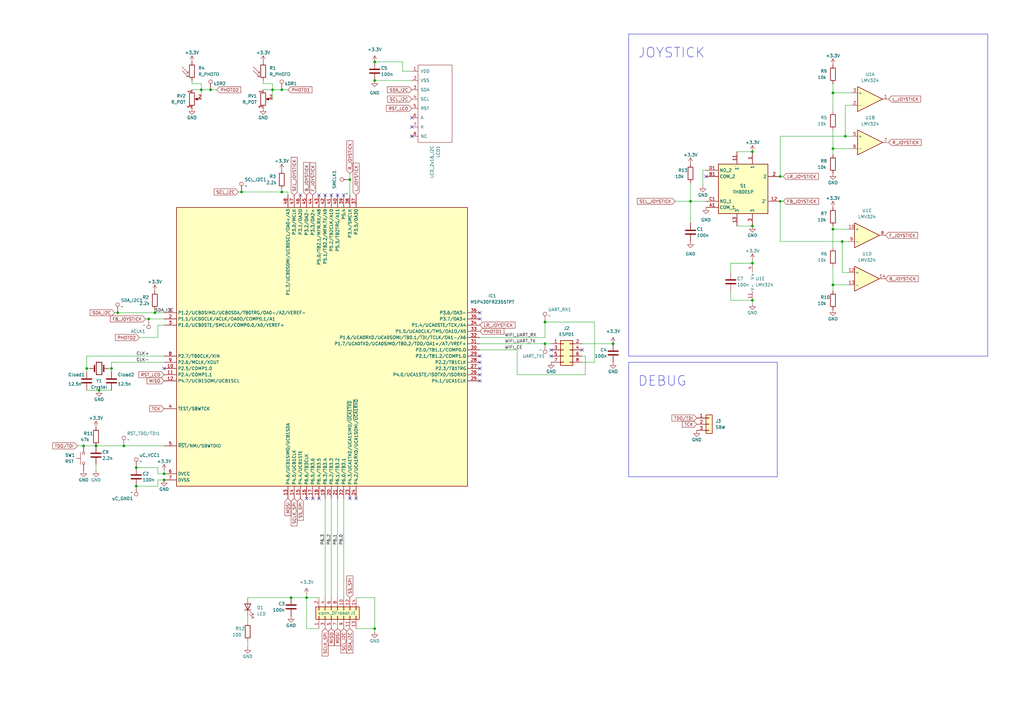
<source format=kicad_sch>
(kicad_sch (version 20230121) (generator eeschema)
  (paper "A3")
  (title_block (title "Disseny - MiSE") (date "2025-03-11"))
  (lib_symbols
    (symbol "Amplifier_Operational:LMV324" (pin_names (offset 0.127))
      (property "Reference" "U" (at 0 5.08 0))
      (property "Value" "LMV324" (at 0 -5.08 0))
      (symbol "LMV324_1_1"
        (polyline (pts (xy -5.08 5.08) (xy 5.08 0) (xy -5.08 -5.08) (xy -5.08 5.08)) (stroke (width 0.254)) (fill (type background)))
        (pin output line (at 7.62 0 180) (length 2.54) (name "~") (number "1"))
        (pin input line (at -7.62 -2.54 0) (length 2.54) (name "-") (number "2"))
        (pin input line (at -7.62 2.54 0) (length 2.54) (name "+") (number "3"))
      )
      (symbol "LMV324_2_1"
        (polyline (pts (xy -5.08 5.08) (xy 5.08 0) (xy -5.08 -5.08) (xy -5.08 5.08)) (stroke (width 0.254)) (fill (type background)))
        (pin input line (at -7.62 2.54 0) (length 2.54) (name "+") (number "5"))
        (pin input line (at -7.62 -2.54 0) (length 2.54) (name "-") (number "6"))
        (pin output line (at 7.62 0 180) (length 2.54) (name "~") (number "7"))
      )
      (symbol "LMV324_3_1"
        (polyline (pts (xy -5.08 5.08) (xy 5.08 0) (xy -5.08 -5.08) (xy -5.08 5.08)) (stroke (width 0.254)) (fill (type background)))
        (pin input line (at -7.62 2.54 0) (length 2.54) (name "+") (number "10"))
        (pin output line (at 7.62 0 180) (length 2.54) (name "~") (number "8"))
        (pin input line (at -7.62 -2.54 0) (length 2.54) (name "-") (number "9"))
      )
      (symbol "LMV324_4_1"
        (polyline (pts (xy -5.08 5.08) (xy 5.08 0) (xy -5.08 -5.08) (xy -5.08 5.08)) (stroke (width 0.254)) (fill (type background)))
        (pin input line (at -7.62 2.54 0) (length 2.54) (name "+") (number "12"))
        (pin input line (at -7.62 -2.54 0) (length 2.54) (name "-") (number "13"))
        (pin output line (at 7.62 0 180) (length 2.54) (name "~") (number "14"))
      )
      (symbol "LMV324_5_1"
        (pin power_in line (at -2.54 -7.62 90) (length 3.81) (name "V-") (number "11"))
        (pin power_in line (at -2.54 7.62 270) (length 3.81) (name "V+") (number "4"))
      )
    )
    (symbol "Connector:TestPoint" (pin_numbers hide) (pin_names (offset 0.762) hide)
      (property "Reference" "TP" (at 0 6.858 0))
      (property "Value" "TestPoint" (at 0 5.08 0))
      (symbol "TestPoint_0_1"
        (circle (center 0 3.302) (radius 0.762))
      )
      (symbol "TestPoint_1_1"
        (pin passive line (at 0 0 90) (length 2.54) (name "1") (number "1"))
      )
    )
    (symbol "Connector_Generic:Conn_01x03" (pin_names (offset 1.016) hide)
      (property "Reference" "J" (at 0 5.08 0))
      (property "Value" "Conn_01x03" (at 0 -5.08 0))
      (symbol "Conn_01x03_1_1"
        (rectangle (start -1.27 -2.413) (end 0 -2.667) (stroke (width 0.1524)))
        (rectangle (start -1.27 0.127) (end 0 -0.127) (stroke (width 0.1524)))
        (rectangle (start -1.27 2.667) (end 0 2.413) (stroke (width 0.1524)))
        (rectangle (start -1.27 3.81) (end 1.27 -3.81) (stroke (width 0.254)) (fill (type background)))
        (pin passive line (at -5.08 2.54 0) (length 3.81) (name "Pin_1") (number "1"))
        (pin passive line (at -5.08 0 0) (length 3.81) (name "Pin_2") (number "2"))
        (pin passive line (at -5.08 -2.54 0) (length 3.81) (name "Pin_3") (number "3"))
      )
    )
    (symbol "Connector_Generic:Conn_02x04_Odd_Even" (pin_names (offset 1.016) hide)
      (property "Reference" "J" (at 1.27 5.08 0))
      (property "Value" "Conn_02x04_Odd_Even" (at 1.27 -7.62 0))
      (symbol "Conn_02x04_Odd_Even_1_1"
        (rectangle (start -1.27 -4.953) (end 0 -5.207) (stroke (width 0.1524)))
        (rectangle (start -1.27 -2.413) (end 0 -2.667) (stroke (width 0.1524)))
        (rectangle (start -1.27 0.127) (end 0 -0.127) (stroke (width 0.1524)))
        (rectangle (start -1.27 2.667) (end 0 2.413) (stroke (width 0.1524)))
        (rectangle (start -1.27 3.81) (end 3.81 -6.35) (stroke (width 0.254)) (fill (type background)))
        (rectangle (start 3.81 -4.953) (end 2.54 -5.207) (stroke (width 0.1524)))
        (rectangle (start 3.81 -2.413) (end 2.54 -2.667) (stroke (width 0.1524)))
        (rectangle (start 3.81 0.127) (end 2.54 -0.127) (stroke (width 0.1524)))
        (rectangle (start 3.81 2.667) (end 2.54 2.413) (stroke (width 0.1524)))
        (pin passive line (at -5.08 2.54 0) (length 3.81) (name "Pin_1") (number "1"))
        (pin passive line (at 7.62 2.54 180) (length 3.81) (name "Pin_2") (number "2"))
        (pin passive line (at -5.08 0 0) (length 3.81) (name "Pin_3") (number "3"))
        (pin passive line (at 7.62 0 180) (length 3.81) (name "Pin_4") (number "4"))
        (pin passive line (at -5.08 -2.54 0) (length 3.81) (name "Pin_5") (number "5"))
        (pin passive line (at 7.62 -2.54 180) (length 3.81) (name "Pin_6") (number "6"))
        (pin passive line (at -5.08 -5.08 0) (length 3.81) (name "Pin_7") (number "7"))
        (pin passive line (at 7.62 -5.08 180) (length 3.81) (name "Pin_8") (number "8"))
      )
    )
    (symbol "Device:C" (pin_numbers hide) (pin_names (offset 0.254))
      (property "Reference" "C" (at 0.635 2.54 0))
      (property "Value" "C" (at 0.635 -2.54 0))
      (symbol "C_0_1"
        (polyline (pts (xy -2.032 -0.762) (xy 2.032 -0.762)) (stroke (width 0.508)))
        (polyline (pts (xy -2.032 0.762) (xy 2.032 0.762)) (stroke (width 0.508)))
      )
      (symbol "C_1_1"
        (pin passive line (at 0 3.81 270) (length 2.794) (name "~") (number "1"))
        (pin passive line (at 0 -3.81 90) (length 2.794) (name "~") (number "2"))
      )
    )
    (symbol "Device:Crystal" (pin_numbers hide) (pin_names (offset 1.016) hide)
      (property "Reference" "Y" (at 0 3.81 0))
      (property "Value" "Crystal" (at 0 -3.81 0))
      (symbol "Crystal_0_1"
        (rectangle (start -1.143 2.54) (end 1.143 -2.54) (stroke (width 0.3048)))
        (polyline (pts (xy -2.54 0) (xy -1.905 0)))
        (polyline (pts (xy -1.905 -1.27) (xy -1.905 1.27)) (stroke (width 0.508)))
        (polyline (pts (xy 1.905 -1.27) (xy 1.905 1.27)) (stroke (width 0.508)))
        (polyline (pts (xy 2.54 0) (xy 1.905 0)))
      )
      (symbol "Crystal_1_1"
        (pin passive line (at -3.81 0 0) (length 1.27) (name "1") (number "1"))
        (pin passive line (at 3.81 0 180) (length 1.27) (name "2") (number "2"))
      )
    )
    (symbol "Device:LED" (pin_numbers hide) (pin_names (offset 1.016) hide)
      (property "Reference" "D" (at 0 2.54 0))
      (property "Value" "LED" (at 0 -2.54 0))
      (symbol "LED_0_1"
        (polyline (pts (xy -1.27 -1.27) (xy -1.27 1.27)) (stroke (width 0.254)))
        (polyline (pts (xy -1.27 0) (xy 1.27 0)))
        (polyline (pts (xy 1.27 -1.27) (xy 1.27 1.27) (xy -1.27 0) (xy 1.27 -1.27)) (stroke (width 0.254)))
        (polyline (pts (xy -3.048 -0.762) (xy -4.572 -2.286) (xy -3.81 -2.286) (xy -4.572 -2.286) (xy -4.572 -1.524)))
        (polyline (pts (xy -1.778 -0.762) (xy -3.302 -2.286) (xy -2.54 -2.286) (xy -3.302 -2.286) (xy -3.302 -1.524)))
      )
      (symbol "LED_1_1"
        (pin passive line (at -3.81 0 0) (length 2.54) (name "K") (number "1"))
        (pin passive line (at 3.81 0 180) (length 2.54) (name "A") (number "2"))
      )
    )
    (symbol "Device:R" (pin_numbers hide) (pin_names (offset 0))
      (property "Reference" "R" (at 2.032 0 90))
      (property "Value" "R" (at 0 0 90))
      (symbol "R_0_1"
        (rectangle (start -1.016 -2.54) (end 1.016 2.54) (stroke (width 0.254)))
      )
      (symbol "R_1_1"
        (pin passive line (at 0 3.81 270) (length 1.27) (name "~") (number "1"))
        (pin passive line (at 0 -3.81 90) (length 1.27) (name "~") (number "2"))
      )
    )
    (symbol "MiSE:LCD_2x16_I2C" (pin_names (offset 1.016))
      (property "Reference" "LCD" (at 2.54 -7.62 0))
      (property "Value" "LCD_2x16_I2C" (at 2.54 -11.43 0))
      (symbol "LCD_2x16_I2C_0_1"
        (rectangle (start -12.7 -6.35) (end 19.05 -20.32))
      )
      (symbol "LCD_2x16_I2C_1_1"
        (pin power_in line (at -10.16 -22.86 90) (length 2.54) (name "VDD") (number "1"))
        (pin power_in line (at -6.35 -22.86 90) (length 2.54) (name "VSS") (number "2"))
        (pin bidirectional line (at -2.54 -22.86 90) (length 2.54) (name "SDA") (number "3"))
        (pin input line (at 1.27 -22.86 90) (length 2.54) (name "SCL") (number "4"))
        (pin input line (at 5.08 -22.86 90) (length 2.54) (name "RST") (number "5"))
        (pin power_in line (at 8.89 -22.86 90) (length 2.54) (name "A") (number "6"))
        (pin power_in line (at 12.7 -22.86 90) (length 2.54) (name "K") (number "7"))
        (pin no_connect line (at 16.51 -22.86 90) (length 2.54) (name "NC") (number "8"))
      )
    )
    (symbol "MiSE:MSP430FR2355TPT"
      (property "Reference" "IC1" (at 134.62 6.9281 0))
      (property "Value" "MSP430FR2355TPT" (at 134.62 4.3881 0))
      (symbol "MSP430FR2355TPT_1_1"
        (rectangle (start 5.08 43.18) (end 124.46 -71.12) (stroke (width 0.254)) (fill (type background)))
        (pin passive line (at 0 0 0) (length 5.08) (name "P1.2/UCB0SIMO/UCB0SDA/TB0TRG/OA0-/A2/VEREF-") (number "1"))
        (pin passive line (at 0 -22.86 0) (length 5.08) (name "P2.5/COMP1.0") (number "10"))
        (pin passive line (at 0 -25.4 0) (length 5.08) (name "P2.4/COMP1.1") (number "11"))
        (pin passive line (at 0 -27.94 0) (length 5.08) (name "P4.7/UCB1SOMI/UCB1SCL") (number "12"))
        (pin passive line (at 50.8 -76.2 90) (length 5.08) (name "P4.6/UCB1SIMO/UCB1SDA") (number "13"))
        (pin passive line (at 53.34 -76.2 90) (length 5.08) (name "P4.5/UCB1CLK") (number "14"))
        (pin passive line (at 55.88 -76.2 90) (length 5.08) (name "P4.4/UCB1STE") (number "15"))
        (pin passive line (at 58.42 -76.2 90) (length 5.08) (name "P6.6/TB3CLK") (number "16"))
        (pin passive line (at 60.96 -76.2 90) (length 5.08) (name "P6.5/TB3.6") (number "17"))
        (pin passive line (at 63.5 -76.2 90) (length 5.08) (name "P6.4/TB3.5") (number "18"))
        (pin passive line (at 66.04 -76.2 90) (length 5.08) (name "P6.3/TB3.4") (number "19"))
        (pin passive line (at 0 -2.54 0) (length 5.08) (name "P1.1/UCB0CLK/ACLK/OA0O/COMP0.1/A1") (number "2"))
        (pin passive line (at 68.58 -76.2 90) (length 5.08) (name "P6.2/TB3.3") (number "20"))
        (pin passive line (at 71.12 -76.2 90) (length 5.08) (name "P6.1/TB3.2") (number "21"))
        (pin passive line (at 73.66 -76.2 90) (length 5.08) (name "P6.0/TB3.1") (number "22"))
        (pin passive line (at 76.2 -76.2 90) (length 5.08) (name "P4.3/UCA1TXD/UCA1SIMO/~{UCA1TXD}") (number "23"))
        (pin passive line (at 78.74 -76.2 90) (length 5.08) (name "P4.2/UCA1RXD/UCA1SOMI/~{UCA1RXD}") (number "24"))
        (pin passive line (at 129.54 -27.94 180) (length 5.08) (name "P4.1/UCA1CLK") (number "25"))
        (pin passive line (at 129.54 -25.4 180) (length 5.08) (name "P4.0/UCA1STE/ISOTXD/ISORXD") (number "26"))
        (pin passive line (at 129.54 -22.86 180) (length 5.08) (name "P2.3/TB1TRG") (number "27"))
        (pin passive line (at 129.54 -20.32 180) (length 5.08) (name "P2.2/TB1CLK") (number "28"))
        (pin passive line (at 129.54 -17.78 180) (length 5.08) (name "P2.1/TB1.2/COMP1.O") (number "29"))
        (pin passive line (at 0 -5.08 0) (length 5.08) (name "P1.0/UCB0STE/SMCLK/COMP0.0/A0/VEREF+") (number "3"))
        (pin passive line (at 129.54 -15.24 180) (length 5.08) (name "P2.0/TB1.1/COMP0.O") (number "30"))
        (pin passive line (at 129.54 -12.7 180) (length 5.08) (name "P1.7/UCA0TXD/UCA0SIMO/TB0.2/TDO/OA1+/A7/VREF+") (number "31"))
        (pin passive line (at 129.54 -10.16 180) (length 5.08) (name "P1.6/UCA0RXD/UCA0SOMI/TB0.1/TDI/TCLK/OA1-/A6") (number "32"))
        (pin passive line (at 129.54 -7.62 180) (length 5.08) (name "P1.5/UCA0CLK/TMS/OA1O/A5") (number "33"))
        (pin passive line (at 129.54 -5.08 180) (length 5.08) (name "P1.4/UCA0STE/TCK/A4") (number "34"))
        (pin passive line (at 129.54 -2.54 180) (length 5.08) (name "P3.7/OA3+") (number "35"))
        (pin passive line (at 129.54 0 180) (length 5.08) (name "P3.6/OA3-") (number "36"))
        (pin passive line (at 78.74 48.26 270) (length 5.08) (name "P3.5/OA3O") (number "37"))
        (pin passive line (at 76.2 48.26 270) (length 5.08) (name "P3.4/SMCLK") (number "38"))
        (pin passive line (at 73.66 48.26 270) (length 5.08) (name "P5.4") (number "39"))
        (pin passive line (at 0 -39.37 0) (length 5.08) (name "TEST/SBWTCK") (number "4"))
        (pin passive line (at 71.12 48.26 270) (length 5.08) (name "P5.3/TB2TRG/A11") (number "40"))
        (pin passive line (at 68.58 48.26 270) (length 5.08) (name "P5.2/TB2CLK/A10") (number "41"))
        (pin passive line (at 66.04 48.26 270) (length 5.08) (name "P5.1/TB2.2/MFM.TX/A9") (number "42"))
        (pin passive line (at 63.5 48.26 270) (length 5.08) (name "P5.0/TB2.1/MFM.RX/A8") (number "43"))
        (pin passive line (at 60.96 48.26 270) (length 5.08) (name "P3.3/OA2+") (number "44"))
        (pin passive line (at 58.42 48.26 270) (length 5.08) (name "P3.2/OA2-") (number "45"))
        (pin passive line (at 55.88 48.26 270) (length 5.08) (name "P3.1/OA2O") (number "46"))
        (pin passive line (at 53.34 48.26 270) (length 5.08) (name "P3.0/MCLK") (number "47"))
        (pin passive line (at 50.8 48.26 270) (length 5.08) (name "P1.3/UCB0SOMI/UCB0SCL/OA0+/A3") (number "48"))
        (pin passive line (at 0 -54.61 0) (length 5.08) (name "~{RST}/NMI/SBWTDIO") (number "5"))
        (pin passive line (at 0 -66.04 0) (length 5.08) (name "DVCC") (number "6"))
        (pin passive line (at 0 -68.58 0) (length 5.08) (name "DVSS") (number "7"))
        (pin passive line (at 0 -17.78 0) (length 5.08) (name "P2.7/TB0CLK/XIN") (number "8"))
        (pin passive line (at 0 -20.32 0) (length 5.08) (name "P2.6/MCLK/XOUT") (number "9"))
      )
    )
    (symbol "MiSE:R_PHOTO-Device" (pin_numbers hide) (pin_names (offset 0))
      (property "Reference" "R" (at 1.27 1.27 0))
      (property "Value" "Device_R_PHOTO" (at 1.27 0 0))
      (symbol "R_PHOTO-Device_0_1"
        (rectangle (start -1.016 2.54) (end 1.016 -2.54) (stroke (width 0.254)))
        (polyline (pts (xy -1.524 -2.286) (xy -4.064 0.254)))
        (polyline (pts (xy -1.524 -2.286) (xy -2.286 -2.286)))
        (polyline (pts (xy -1.524 -2.286) (xy -1.524 -1.524)))
        (polyline (pts (xy -1.524 -0.762) (xy -4.064 1.778)))
        (polyline (pts (xy -1.524 -0.762) (xy -2.286 -0.762)))
        (polyline (pts (xy -1.524 -0.762) (xy -1.524 0)))
      )
      (symbol "R_PHOTO-Device_1_1"
        (pin passive line (at 0 3.81 270) (length 1.27) (name "~") (number "1"))
        (pin passive line (at 0 -3.81 90) (length 1.27) (name "~") (number "2"))
      )
    )
    (symbol "MiSE:R_POT-Device" (pin_names (offset 1.016) hide)
      (property "Reference" "RV" (at -4.445 0 90))
      (property "Value" "Device_R_POT" (at -2.54 0 90))
      (symbol "R_POT-Device_0_1"
        (polyline (pts (xy 2.54 0) (xy 1.524 0)))
        (polyline (pts (xy 1.143 0) (xy 2.286 0.508) (xy 2.286 -0.508) (xy 1.143 0)) (fill (type outline)))
        (rectangle (start 1.016 2.54) (end -1.016 -2.54) (stroke (width 0.254)))
      )
      (symbol "R_POT-Device_1_1"
        (pin passive line (at 0 3.81 270) (length 1.27) (name "1") (number "1"))
        (pin passive line (at 3.81 0 180) (length 1.27) (name "2") (number "2"))
        (pin passive line (at 0 -3.81 90) (length 1.27) (name "3") (number "3"))
      )
    )
    (symbol "MiSE:THB001P"
      (property "Reference" "S1" (at 15.24 -6.35 0))
      (property "Value" "THB001P" (at 15.24 -8.89 0))
      (symbol "THB001P_1_1"
        (rectangle (start 5.08 2.54) (end 25.4 -17.78) (stroke (width 0.254)) (fill (type background)))
        (pin passive line (at 11.43 7.62 270) (length 5.08) (name "1") (number "1"))
        (pin passive line (at 17.78 7.62 270) (length 5.08) (name "1'") (number "11"))
        (pin passive line (at 0 -12.7 0) (length 5.08) (name "2'") (number "12"))
        (pin passive line (at 17.78 -22.86 90) (length 5.08) (name "3'") (number "13"))
        (pin passive line (at 0 -2.54 0) (length 5.08) (name "2") (number "2"))
        (pin passive line (at 11.43 -22.86 90) (length 5.08) (name "3") (number "3"))
        (pin passive line (at 30.48 -15.24 180) (length 5.08) (name "COM_1") (number "A1"))
        (pin passive line (at 30.48 -2.54 180) (length 5.08) (name "COM_2") (number "B1"))
        (pin passive line (at 30.48 -12.7 180) (length 5.08) (name "NO_1") (number "C1"))
        (pin passive line (at 30.48 0 180) (length 5.08) (name "NO_2") (number "D1"))
      )
    )
    (symbol "MiSE:conn_DFrobot" (pin_names (offset 1.016) hide)
      (property "Reference" "J" (at 1.27 10.16 0))
      (property "Value" "conn_DFrobot" (at 1.27 -10.16 0))
      (symbol "conn_DFrobot_1_1"
        (rectangle (start -1.27 -7.493) (end 0 -7.747) (stroke (width 0.1524)))
        (rectangle (start -1.27 -4.953) (end 0 -5.207) (stroke (width 0.1524)))
        (rectangle (start -1.27 -2.413) (end 0 -2.667) (stroke (width 0.1524)))
        (rectangle (start -1.27 0.127) (end 0 -0.127) (stroke (width 0.1524)))
        (rectangle (start -1.27 2.667) (end 0 2.413) (stroke (width 0.1524)))
        (rectangle (start -1.27 5.207) (end 0 4.953) (stroke (width 0.1524)))
        (rectangle (start -1.27 7.747) (end 0 7.493) (stroke (width 0.1524)))
        (rectangle (start -1.27 8.89) (end 3.81 -8.89) (stroke (width 0.254)) (fill (type background)))
        (rectangle (start 3.81 -7.493) (end 2.54 -7.747) (stroke (width 0.1524)))
        (rectangle (start 3.81 -4.953) (end 2.54 -5.207) (stroke (width 0.1524)))
        (rectangle (start 3.81 -2.413) (end 2.54 -2.667) (stroke (width 0.1524)))
        (rectangle (start 3.81 0.127) (end 2.54 -0.127) (stroke (width 0.1524)))
        (rectangle (start 3.81 2.667) (end 2.54 2.413) (stroke (width 0.1524)))
        (rectangle (start 3.81 5.207) (end 2.54 4.953) (stroke (width 0.1524)))
        (rectangle (start 3.81 7.747) (end 2.54 7.493) (stroke (width 0.1524)))
        (pin passive line (at -5.08 7.62 0) (length 3.81) (name "Pin_1") (number "1"))
        (pin passive line (at 7.62 -2.54 180) (length 3.81) (name "Pin_10") (number "10"))
        (pin passive line (at -5.08 -5.08 0) (length 3.81) (name "Pin_11") (number "11"))
        (pin passive line (at 7.62 -5.08 180) (length 3.81) (name "Pin_12") (number "12"))
        (pin passive line (at -5.08 -7.62 0) (length 3.81) (name "Pin_13") (number "13"))
        (pin passive line (at 7.62 -7.62 180) (length 3.81) (name "Pin_14") (number "14"))
        (pin passive line (at 7.62 7.62 180) (length 3.81) (name "Pin_2") (number "2"))
        (pin passive line (at -5.08 5.08 0) (length 3.81) (name "Pin_3") (number "3"))
        (pin passive line (at 7.62 5.08 180) (length 3.81) (name "Pin_4") (number "4"))
        (pin passive line (at -5.08 2.54 0) (length 3.81) (name "Pin_5") (number "5"))
        (pin passive line (at 7.62 2.54 180) (length 3.81) (name "Pin_6") (number "6"))
        (pin passive line (at -5.08 0 0) (length 3.81) (name "Pin_7") (number "7"))
        (pin passive line (at 7.62 0 180) (length 3.81) (name "Pin_8") (number "8"))
        (pin passive line (at -5.08 -2.54 0) (length 3.81) (name "Pin_9") (number "9"))
      )
    )
    (symbol "Switch:SW_Push" (pin_numbers hide) (pin_names (offset 1.016) hide)
      (property "Reference" "SW" (at 1.27 2.54 0))
      (property "Value" "SW_Push" (at 0 -1.524 0))
      (symbol "SW_Push_0_1"
        (circle (center -2.032 0) (radius 0.508))
        (polyline (pts (xy 0 1.27) (xy 0 3.048)))
        (polyline (pts (xy 2.54 1.27) (xy -2.54 1.27)))
        (circle (center 2.032 0) (radius 0.508))
        (pin passive line (at -5.08 0 0) (length 2.54) (name "1") (number "1"))
        (pin passive line (at 5.08 0 180) (length 2.54) (name "2") (number "2"))
      )
    )
    (symbol "power:+3.3V" (power) (pin_names (offset 0))
      (property "Value" "+3.3V" (at 0 3.556 0))
      (symbol "+3.3V_0_1"
        (polyline (pts (xy -0.762 1.27) (xy 0 2.54)))
        (polyline (pts (xy 0 0) (xy 0 2.54)))
        (polyline (pts (xy 0 2.54) (xy 0.762 1.27)))
      )
      (symbol "+3.3V_1_1"
        (pin power_in line (at 0 0 90) (length 0) hide (name "+3.3V") (number "1"))
      )
    )
    (symbol "power:GND" (power) (pin_names (offset 0))
      (property "Value" "GND" (at 0 -3.81 0))
      (symbol "GND_0_1"
        (polyline (pts (xy 0 0) (xy 0 -1.27) (xy 1.27 -1.27) (xy 0 -2.54) (xy -1.27 -1.27) (xy 0 -1.27)))
      )
      (symbol "GND_1_1"
        (pin power_in line (at 0 0 270) (length 0) hide (name "GND") (number "1"))
      )
    )
  )
  (junction (at 115.57 78.74))
  (junction (at 50.8 182.88))
  (junction (at 341.63 116.84))
  (junction (at 223.52 140.97))
  (junction (at 82.55 36.83))
  (junction (at 346.71 55.88))
  (junction (at 55.88 191.77))
  (junction (at 143.51 73.66))
  (junction (at 308.61 92.71))
  (junction (at 153.67 33.02))
  (junction (at 345.44 99.06))
  (junction (at 308.61 62.23))
  (junction (at 341.63 60.96))
  (junction (at 119.38 245.11))
  (junction (at 48.26 128.27))
  (junction (at 115.57 36.83))
  (junction (at 39.37 182.88))
  (junction (at 251.46 140.97))
  (junction (at 320.04 72.39))
  (junction (at 283.21 82.55))
  (junction (at 63.5 128.27))
  (junction (at 153.67 257.81))
  (junction (at 40.64 160.02))
  (junction (at 153.67 25.4))
  (junction (at 55.88 199.39))
  (junction (at 67.31 194.31))
  (junction (at 60.96 130.81))
  (junction (at 341.63 93.98))
  (junction (at 34.29 182.88))
  (junction (at 86.36 36.83))
  (junction (at 308.61 107.95))
  (junction (at 35.56 151.13))
  (junction (at 99.06 78.74))
  (junction (at 45.72 151.13))
  (junction (at 308.61 123.19))
  (junction (at 223.52 132.08))
  (junction (at 125.73 245.11))
  (junction (at 111.76 36.83))
  (junction (at 341.63 38.1))
  (junction (at 320.04 82.55))
  (junction (at 67.31 196.85))
  (no_connect (at 135.89 80.01))
  (no_connect (at 196.85 153.67))
  (no_connect (at 168.91 52.07))
  (no_connect (at 130.81 80.01))
  (no_connect (at 138.43 80.01))
  (no_connect (at 125.73 204.47))
  (no_connect (at 168.91 55.88))
  (no_connect (at 196.85 151.13))
  (no_connect (at 196.85 156.21))
  (no_connect (at 146.05 204.47))
  (no_connect (at 123.19 80.01))
  (no_connect (at 196.85 130.81))
  (no_connect (at 238.76 143.51))
  (no_connect (at 168.91 48.26))
  (no_connect (at 133.35 80.01))
  (no_connect (at 196.85 148.59))
  (no_connect (at 130.81 204.47))
  (no_connect (at 226.06 146.05))
  (no_connect (at 67.31 151.13))
  (no_connect (at 226.06 143.51))
  (no_connect (at 196.85 128.27))
  (no_connect (at 289.56 72.39))
  (no_connect (at 140.97 80.01))
  (no_connect (at 196.85 146.05))
  (no_connect (at 143.51 204.47))
  (no_connect (at 128.27 204.47))
  (wire (pts (xy 341.63 60.96) (xy 341.63 63.5)))
  (wire (pts (xy 125.73 245.11) (xy 119.38 245.11)))
  (wire (pts (xy 101.6 245.11) (xy 119.38 245.11)))
  (wire (pts (xy 223.52 140.97) (xy 226.06 140.97)))
  (wire (pts (xy 50.8 182.88) (xy 67.31 182.88)))
  (wire (pts (xy 349.25 60.96) (xy 341.63 60.96)))
  (wire (pts (xy 40.64 160.02) (xy 45.72 160.02)))
  (wire (pts (xy 115.57 36.83) (xy 111.76 36.83)))
  (wire (pts (xy 320.04 72.39) (xy 321.31 72.39)))
  (wire (pts (xy 212.09 153.67) (xy 212.09 143.51)))
  (wire (pts (xy 341.63 109.22) (xy 341.63 116.84)))
  (wire (pts (xy 34.29 182.88) (xy 39.37 182.88)))
  (wire (pts (xy 101.6 262.89) (xy 101.6 265.43)))
  (wire (pts (xy 46.99 128.27) (xy 48.26 128.27)))
  (wire (pts (xy 138.43 204.47) (xy 138.43 245.11)))
  (wire (pts (xy 125.73 243.84) (xy 125.73 245.11)))
  (wire (pts (xy 64.77 133.35) (xy 67.31 133.35)))
  (wire (pts (xy 320.04 55.88) (xy 346.71 55.88)))
  (wire (pts (xy 140.97 204.47) (xy 140.97 245.11)))
  (wire (pts (xy 64.77 194.31) (xy 67.31 194.31)))
  (wire (pts (xy 55.88 191.77) (xy 64.77 191.77)))
  (wire (pts (xy 341.63 53.34) (xy 341.63 60.96)))
  (wire (pts (xy 153.67 25.4) (xy 165.1 25.4)))
  (wire (pts (xy 153.67 257.81) (xy 153.67 259.08)))
  (wire (pts (xy 118.11 78.74) (xy 118.11 80.01)))
  (wire (pts (xy 45.72 148.59) (xy 45.72 151.13)))
  (wire (pts (xy 341.63 34.29) (xy 341.63 38.1)))
  (wire (pts (xy 133.35 204.47) (xy 133.35 245.11)))
  (wire (pts (xy 125.73 245.11) (xy 125.73 257.81)))
  (wire (pts (xy 143.51 71.12) (xy 143.51 73.66)))
  (wire (pts (xy 64.77 191.77) (xy 64.77 194.31)))
  (wire (pts (xy 341.63 38.1) (xy 341.63 45.72)))
  (wire (pts (xy 341.63 38.1) (xy 349.25 38.1)))
  (wire (pts (xy 88.9 36.83) (xy 86.36 36.83)))
  (wire (pts (xy 346.71 55.88) (xy 349.25 55.88)))
  (wire (pts (xy 130.81 257.81) (xy 125.73 257.81)))
  (wire (pts (xy 60.96 130.81) (xy 67.31 130.81)))
  (wire (pts (xy 39.37 193.04) (xy 39.37 190.5)))
  (wire (pts (xy 345.44 111.76) (xy 347.98 111.76)))
  (wire (pts (xy 146.05 257.81) (xy 153.67 257.81)))
  (wire (pts (xy 276.86 82.55) (xy 283.21 82.55)))
  (wire (pts (xy 39.37 182.88) (xy 50.8 182.88)))
  (wire (pts (xy 223.52 138.43) (xy 223.52 132.08)))
  (wire (pts (xy 67.31 148.59) (xy 45.72 148.59)))
  (wire (pts (xy 196.85 140.97) (xy 223.52 140.97)))
  (wire (pts (xy 243.84 148.59) (xy 238.76 148.59)))
  (wire (pts (xy 349.25 43.18) (xy 346.71 43.18)))
  (wire (pts (xy 78.74 34.29) (xy 82.55 34.29)))
  (wire (pts (xy 153.67 245.11) (xy 153.67 257.81)))
  (wire (pts (xy 55.88 199.39) (xy 64.77 199.39)))
  (wire (pts (xy 320.04 82.55) (xy 321.31 82.55)))
  (wire (pts (xy 82.55 36.83) (xy 82.55 40.64)))
  (wire (pts (xy 345.44 99.06) (xy 345.44 111.76)))
  (wire (pts (xy 35.56 151.13) (xy 35.56 152.4)))
  (wire (pts (xy 165.1 29.21) (xy 165.1 25.4)))
  (wire (pts (xy 341.63 92.71) (xy 341.63 93.98)))
  (wire (pts (xy 299.72 107.95) (xy 308.61 107.95)))
  (wire (pts (xy 289.56 69.85) (xy 288.29 69.85)))
  (wire (pts (xy 97.79 78.74) (xy 99.06 78.74)))
  (wire (pts (xy 78.74 36.83) (xy 82.55 36.83)))
  (wire (pts (xy 251.46 140.97) (xy 238.76 140.97)))
  (wire (pts (xy 67.31 146.05) (xy 35.56 146.05)))
  (wire (pts (xy 283.21 74.93) (xy 283.21 82.55)))
  (wire (pts (xy 115.57 77.47) (xy 115.57 78.74)))
  (wire (pts (xy 107.95 34.29) (xy 107.95 33.02)))
  (wire (pts (xy 308.61 92.71) (xy 302.26 92.71)))
  (wire (pts (xy 341.63 119.38) (xy 341.63 116.84)))
  (wire (pts (xy 341.63 116.84) (xy 347.98 116.84)))
  (wire (pts (xy 320.04 82.55) (xy 320.04 99.06)))
  (wire (pts (xy 146.05 245.11) (xy 153.67 245.11)))
  (wire (pts (xy 118.11 36.83) (xy 115.57 36.83)))
  (wire (pts (xy 341.63 93.98) (xy 347.98 93.98)))
  (wire (pts (xy 143.51 73.66) (xy 143.51 80.01)))
  (wire (pts (xy 115.57 78.74) (xy 118.11 78.74)))
  (wire (pts (xy 341.63 93.98) (xy 341.63 101.6)))
  (wire (pts (xy 82.55 34.29) (xy 82.55 36.83)))
  (wire (pts (xy 320.04 55.88) (xy 320.04 72.39)))
  (wire (pts (xy 64.77 199.39) (xy 64.77 196.85)))
  (wire (pts (xy 196.85 138.43) (xy 223.52 138.43)))
  (wire (pts (xy 240.03 153.67) (xy 212.09 153.67)))
  (wire (pts (xy 99.06 78.74) (xy 115.57 78.74)))
  (wire (pts (xy 111.76 36.83) (xy 111.76 40.64)))
  (wire (pts (xy 299.72 119.38) (xy 299.72 123.19)))
  (wire (pts (xy 308.61 106.68) (xy 308.61 107.95)))
  (wire (pts (xy 36.83 151.13) (xy 35.56 151.13)))
  (wire (pts (xy 45.72 151.13) (xy 44.45 151.13)))
  (wire (pts (xy 59.69 130.81) (xy 60.96 130.81)))
  (wire (pts (xy 111.76 34.29) (xy 111.76 36.83)))
  (wire (pts (xy 240.03 146.05) (xy 238.76 146.05)))
  (wire (pts (xy 48.26 128.27) (xy 63.5 128.27)))
  (wire (pts (xy 212.09 143.51) (xy 196.85 143.51)))
  (wire (pts (xy 308.61 123.19) (xy 308.61 124.46)))
  (wire (pts (xy 64.77 138.43) (xy 64.77 133.35)))
  (wire (pts (xy 130.81 245.11) (xy 125.73 245.11)))
  (wire (pts (xy 35.56 160.02) (xy 40.64 160.02)))
  (wire (pts (xy 347.98 99.06) (xy 345.44 99.06)))
  (wire (pts (xy 299.72 123.19) (xy 308.61 123.19)))
  (wire (pts (xy 86.36 36.83) (xy 82.55 36.83)))
  (wire (pts (xy 31.75 182.88) (xy 34.29 182.88)))
  (wire (pts (xy 45.72 151.13) (xy 45.72 152.4)))
  (wire (pts (xy 63.5 127) (xy 63.5 128.27)))
  (wire (pts (xy 243.84 132.08) (xy 243.84 148.59)))
  (wire (pts (xy 135.89 204.47) (xy 135.89 245.11)))
  (wire (pts (xy 240.03 146.05) (xy 240.03 153.67)))
  (wire (pts (xy 283.21 82.55) (xy 283.21 91.44)))
  (wire (pts (xy 320.04 99.06) (xy 345.44 99.06)))
  (wire (pts (xy 107.95 36.83) (xy 111.76 36.83)))
  (wire (pts (xy 283.21 82.55) (xy 289.56 82.55)))
  (wire (pts (xy 35.56 146.05) (xy 35.56 151.13)))
  (wire (pts (xy 67.31 194.31) (xy 67.31 193.04)))
  (wire (pts (xy 153.67 33.02) (xy 168.91 33.02)))
  (wire (pts (xy 288.29 69.85) (xy 288.29 76.2)))
  (wire (pts (xy 107.95 34.29) (xy 111.76 34.29)))
  (wire (pts (xy 57.15 138.43) (xy 64.77 138.43)))
  (wire (pts (xy 299.72 111.76) (xy 299.72 107.95)))
  (wire (pts (xy 308.61 62.23) (xy 302.26 62.23)))
  (wire (pts (xy 223.52 132.08) (xy 243.84 132.08)))
  (wire (pts (xy 64.77 196.85) (xy 67.31 196.85)))
  (wire (pts (xy 101.6 252.73) (xy 101.6 255.27)))
  (wire (pts (xy 168.91 29.21) (xy 165.1 29.21)))
  (wire (pts (xy 63.5 128.27) (xy 67.31 128.27)))
  (wire (pts (xy 346.71 43.18) (xy 346.71 55.88)))
  (wire (pts (xy 78.74 33.02) (xy 78.74 34.29)))
  (rectangle (start 257.81 148.59) (end 318.77 195.58))
  (rectangle (start 257.81 13.97) (end 405.13 146.05))
  (text "DEBUG" (at 261.62 158.75 0) (effects (font (size 4 4)) (justify left bottom)))
  (text "JOYSTICK" (at 261.62 24.13 0) (effects (font (size 4 4)) (justify left bottom)))
  (label "P6.3" (at 133.35 223.52 90))
  (label "WIFI_CE" (at 207.01 143.51 0))
  (label "P6.2" (at 135.89 223.52 90))
  (label "WIFI_UART_TX" (at 207.01 140.97 0))
  (label "CLK-" (at 55.88 148.59 0))
  (label "P6.0" (at 140.97 223.52 90))
  (label "P6.1" (at 138.43 223.52 90))
  (label "CLK+" (at 55.88 146.05 0))
  (label "WIFI_UART_RX" (at 207.01 138.43 0))
  (label "SDA_I2C" (at 63.5 128.27 0))
  (global_label "LR_JOYSTICK" (shape input) (at 321.31 72.39 0) (property "Intersheetrefs" "${INTERSHEET_REFS}" (effects hide)))
  (global_label "PHOTO1" (shape input) (at 196.85 135.89 0) (property "Intersheetrefs" "${INTERSHEET_REFS}" (effects hide)))
  (global_label "B_JOYSTICK" (shape input) (at 363.22 114.3 0) (property "Intersheetrefs" "${INTERSHEET_REFS}" (effects hide)))
  (global_label "R_JOYSTICK" (shape input) (at 143.51 71.12 90) (property "Intersheetrefs" "${INTERSHEET_REFS}" (effects hide)))
  (global_label "SS_SPI" (shape input) (at 143.51 245.11 90) (property "Intersheetrefs" "${INTERSHEET_REFS}" (effects hide)))
  (global_label "RST_LCD" (shape input) (at 67.31 153.67 180) (property "Intersheetrefs" "${INTERSHEET_REFS}" (effects hide)))
  (global_label "MOSI" (shape input) (at 118.11 204.47 270) (property "Intersheetrefs" "${INTERSHEET_REFS}" (effects hide)))
  (global_label "MISO" (shape input) (at 135.89 257.81 270) (property "Intersheetrefs" "${INTERSHEET_REFS}" (effects hide)))
  (global_label "LR_JOYSTICK" (shape input) (at 196.85 133.35 0) (property "Intersheetrefs" "${INTERSHEET_REFS}" (effects hide)))
  (global_label "SEL_JOYSTICK" (shape input) (at 120.65 80.01 90) (property "Intersheetrefs" "${INTERSHEET_REFS}" (effects hide)))
  (global_label "L_JOYSTICK" (shape input) (at 146.05 80.01 90) (property "Intersheetrefs" "${INTERSHEET_REFS}" (effects hide)))
  (global_label "SCL_I2C" (shape input) (at 140.97 257.81 270) (property "Intersheetrefs" "${INTERSHEET_REFS}" (effects hide)))
  (global_label "SCLK_SPI" (shape input) (at 133.35 257.81 270) (property "Intersheetrefs" "${INTERSHEET_REFS}" (effects hide)))
  (global_label "L_JOYSTICK" (shape input) (at 364.49 40.64 0) (property "Intersheetrefs" "${INTERSHEET_REFS}" (effects hide)))
  (global_label "FB_JOYSTICK" (shape input) (at 59.69 130.81 180) (property "Intersheetrefs" "${INTERSHEET_REFS}" (effects hide)))
  (global_label "R_JOYSTICK" (shape input) (at 364.49 58.42 0) (property "Intersheetrefs" "${INTERSHEET_REFS}" (effects hide)))
  (global_label "SDA_I2C" (shape input) (at 168.91 36.83 180) (property "Intersheetrefs" "${INTERSHEET_REFS}" (effects hide)))
  (global_label "PHOTO2" (shape input) (at 88.9 36.83 0) (property "Intersheetrefs" "${INTERSHEET_REFS}" (effects hide)))
  (global_label "PHOTO1" (shape input) (at 118.11 36.83 0) (property "Intersheetrefs" "${INTERSHEET_REFS}" (effects hide)))
  (global_label "TDO{slash}TDI" (shape input) (at 31.75 182.88 180) (property "Intersheetrefs" "${INTERSHEET_REFS}" (effects hide)))
  (global_label "PHOTO2" (shape input) (at 57.15 138.43 180) (property "Intersheetrefs" "${INTERSHEET_REFS}" (effects hide)))
  (global_label "SDA_I2C" (shape input) (at 143.51 257.81 270) (property "Intersheetrefs" "${INTERSHEET_REFS}" (effects hide)))
  (global_label "F_JOYSTICK" (shape input) (at 363.22 96.52 0) (property "Intersheetrefs" "${INTERSHEET_REFS}" (effects hide)))
  (global_label "F_JOYSTICK" (shape input) (at 128.27 80.01 90) (property "Intersheetrefs" "${INTERSHEET_REFS}" (effects hide)))
  (global_label "MISO" (shape input) (at 67.31 156.21 180) (property "Intersheetrefs" "${INTERSHEET_REFS}" (effects hide)))
  (global_label "TDO{slash}TDI" (shape input) (at 285.75 171.45 180) (property "Intersheetrefs" "${INTERSHEET_REFS}" (effects hide)))
  (global_label "B_JOYSTICK" (shape input) (at 125.73 80.01 90) (property "Intersheetrefs" "${INTERSHEET_REFS}" (effects hide)))
  (global_label "SEL_JOYSTICK" (shape input) (at 276.86 82.55 180) (property "Intersheetrefs" "${INTERSHEET_REFS}" (effects hide)))
  (global_label "RST_LCD" (shape input) (at 168.91 44.45 180) (property "Intersheetrefs" "${INTERSHEET_REFS}" (effects hide)))
  (global_label "SCL_I2C" (shape input) (at 168.91 40.64 180) (property "Intersheetrefs" "${INTERSHEET_REFS}" (effects hide)))
  (global_label "TCK" (shape input) (at 285.75 173.99 180) (property "Intersheetrefs" "${INTERSHEET_REFS}" (effects hide)))
  (global_label "MOSI" (shape input) (at 138.43 257.81 270) (property "Intersheetrefs" "${INTERSHEET_REFS}" (effects hide)))
  (global_label "SS_SPI" (shape input) (at 123.19 204.47 270) (property "Intersheetrefs" "${INTERSHEET_REFS}" (effects hide)))
  (global_label "SCLK_SPI" (shape input) (at 120.65 204.47 270) (property "Intersheetrefs" "${INTERSHEET_REFS}" (effects hide)))
  (global_label "SCL_I2C" (shape input) (at 97.79 78.74 180) (property "Intersheetrefs" "${INTERSHEET_REFS}" (effects hide)))
  (global_label "SDA_I2C" (shape input) (at 46.99 128.27 180) (property "Intersheetrefs" "${INTERSHEET_REFS}" (effects hide)))
  (global_label "FB_JOYSTICK" (shape input) (at 321.31 82.55 0) (property "Intersheetrefs" "${INTERSHEET_REFS}" (effects hide)))
  (global_label "TCK" (shape input) (at 67.31 167.64 180) (property "Intersheetrefs" "${INTERSHEET_REFS}" (effects hide)))
  (symbol (lib_id "Connector:TestPoint") (at 115.57 36.83 0) (unit 1)
    (property "Reference" "LDR1" (at 116.84 34.29 0) (effects (justify left)))
    (property "Value" "~" (at 116.84 34.29 0) (effects (justify left)))
    (property "Footprint" "Connector_PinHeader_2.54mm:PinHeader_1x01_P2.54mm_Vertical" (effects hide))
  )
  (symbol (lib_id "power:+3.3V") (at 251.46 140.97 0) (unit 1)
    (property "Reference" "#PWR04" (effects hide))
    (property "Value" "+3.3V" (at 251.46 135.89 0))
  )
  (symbol (lib_id "MiSE:R_PHOTO-Device") (at 107.95 29.21 0) (unit 1)
    (property "Reference" "R1" (at 110.49 27.94 0) (effects (justify left)))
    (property "Value" "R_PHOTO" (at 110.49 30.48 0) (effects (justify left)))
    (property "Footprint" "MiSE:LDR" (effects hide))
  )
  (symbol (lib_id "power:GND") (at 67.31 196.85 0) (unit 1)
    (property "Reference" "#PWR06" (effects hide))
    (property "Value" "GND" (at 67.31 200.66 0))
  )
  (symbol (lib_id "power:GND") (at 283.21 99.06 0) (mirror y) (unit 1)
    (property "Reference" "#PWR032" (effects hide))
    (property "Value" "GND" (at 283.21 104.14 0))
  )
  (symbol (lib_id "power:+3.3V") (at 107.95 25.4 0) (unit 1)
    (property "Reference" "#PWR012" (effects hide))
    (property "Value" "+3.3V" (at 107.95 21.59 0))
  )
  (symbol (lib_id "power:GND") (at 341.63 71.12 0) (mirror y) (unit 1)
    (property "Reference" "#PWR022" (effects hide))
    (property "Value" "GND" (at 341.63 74.93 0))
  )
  (symbol (lib_id "power:+3.3V") (at 125.73 243.84 0) (mirror y) (unit 1)
    (property "Reference" "#PWR02" (effects hide))
    (property "Value" "+3.3V" (at 125.73 238.76 0))
  )
  (symbol (lib_id "power:GND") (at 78.74 44.45 0) (unit 1)
    (property "Reference" "#PWR014" (effects hide))
    (property "Value" "GND" (at 78.74 48.26 0))
  )
  (symbol (lib_id "power:GND") (at 251.46 148.59 0) (mirror y) (unit 1)
    (property "Reference" "#PWR033" (effects hide))
    (property "Value" "GND" (at 251.46 152.4 0))
  )
  (symbol (lib_id "power:+3.3V") (at 78.74 25.4 0) (unit 1)
    (property "Reference" "#PWR015" (effects hide))
    (property "Value" "+3.3V" (at 78.74 21.59 0))
  )
  (symbol (lib_id "Connector:TestPoint") (at 86.36 36.83 0) (unit 1)
    (property "Reference" "LDR2" (at 87.63 34.29 0) (effects (justify left)))
    (property "Value" "~" (at 87.63 34.29 0) (effects (justify left)))
    (property "Footprint" "Connector_PinHeader_2.54mm:PinHeader_1x01_P2.54mm_Vertical" (effects hide))
  )
  (symbol (lib_id "power:GND") (at 226.06 148.59 0) (unit 1)
    (property "Reference" "#PWR03" (effects hide))
    (property "Value" "GND" (at 226.06 152.4 0))
  )
  (symbol (lib_id "Connector:TestPoint") (at 223.52 140.97 180) (unit 1)
    (property "Reference" "UART_TX1" (at 223.52 146.05 0) (effects (justify left)))
    (property "Value" "~" (at 222.25 143.51 0) (effects (justify left)))
    (property "Footprint" "Connector_PinHeader_2.54mm:PinHeader_1x01_P2.54mm_Vertical" (effects hide))
  )
  (symbol (lib_id "power:+3.3V") (at 283.21 67.31 0) (mirror y) (unit 1)
    (property "Reference" "#PWR031" (effects hide))
    (property "Value" "+3.3V" (at 283.21 63.5 0))
  )
  (symbol (lib_id "power:GND") (at 153.67 259.08 0) (mirror y) (unit 1)
    (property "Reference" "#PWR01" (effects hide))
    (property "Value" "GND" (at 153.67 262.89 0))
  )
  (symbol (lib_id "Amplifier_Operational:LMV324") (at 356.87 40.64 0) (unit 1)
    (property "Reference" "U1" (at 356.87 30.48 0))
    (property "Value" "LMV324" (at 356.87 33.02 0))
    (property "Footprint" "Package_SO:SOIC-14_3.9x8.7mm_P1.27mm" (effects hide))
    (property "Datasheet" "http://www.ti.com/lit/ds/symlink/lmv324.pdf" (effects hide))
  )
  (symbol (lib_id "Device:R") (at 341.63 123.19 0) (unit 1)
    (property "Reference" "R10" (at 336.55 121.92 0) (effects (justify left)))
    (property "Value" "10k" (at 335.28 124.46 0) (effects (justify left)))
    (property "Footprint" "Resistor_SMD:R_0805_2012Metric" (effects hide))
  )
  (symbol (lib_id "Device:C") (at 45.72 156.21 0) (unit 1)
    (property "Reference" "Cload2" (at 48.26 153.67 0) (effects (justify left)))
    (property "Value" "12.5n" (at 48.26 157.48 0) (effects (justify left)))
    (property "Footprint" "Capacitor_SMD:C_0805_2012Metric" (effects hide))
  )
  (symbol (lib_id "power:GND") (at 288.29 76.2 0) (mirror y) (unit 1)
    (property "Reference" "#PWR034" (effects hide))
    (property "Value" "GND" (at 288.29 80.01 0))
  )
  (symbol (lib_id "Device:C") (at 35.56 156.21 0) (unit 1)
    (property "Reference" "Cload1" (at 27.94 153.67 0) (effects (justify left)))
    (property "Value" "12.5n" (at 27.94 157.48 0) (effects (justify left)))
    (property "Footprint" "Capacitor_SMD:C_0805_2012Metric" (effects hide))
  )
  (symbol (lib_id "power:+3.3V") (at 308.61 62.23 0) (mirror y) (unit 1)
    (property "Reference" "#PWR017" (effects hide))
    (property "Value" "+3.3V" (at 308.61 58.42 0))
  )
  (symbol (lib_id "Connector_Generic:Conn_02x04_Odd_Even") (at 231.14 143.51 0) (unit 1)
    (property "Reference" "J2" (at 232.41 134.62 0))
    (property "Value" "ESP01" (at 232.41 137.16 0))
    (property "Footprint" "Connector_PinHeader_2.54mm:PinHeader_2x04_P2.54mm_Vertical" (effects hide))
  )
  (symbol (lib_id "Device:R") (at 341.63 49.53 0) (unit 1)
    (property "Reference" "R5" (at 336.55 48.26 0) (effects (justify left)))
    (property "Value" "10k" (at 335.28 50.8 0) (effects (justify left)))
    (property "Footprint" "Resistor_SMD:R_0805_2012Metric" (effects hide))
  )
  (symbol (lib_id "Device:C") (at 55.88 195.58 0) (unit 1)
    (property "Reference" "C2" (at 58.42 194.31 0) (effects (justify left)))
    (property "Value" "100n" (at 58.42 196.85 0) (effects (justify left)))
    (property "Footprint" "Capacitor_SMD:C_0805_2012Metric" (effects hide))
  )
  (symbol (lib_id "power:GND") (at 119.38 252.73 0) (mirror y) (unit 1)
    (property "Reference" "#PWR07" (effects hide))
    (property "Value" "GND" (at 119.38 256.54 0))
  )
  (symbol (lib_id "power:GND") (at 107.95 44.45 0) (unit 1)
    (property "Reference" "#PWR013" (effects hide))
    (property "Value" "GND" (at 107.95 48.26 0))
  )
  (symbol (lib_id "power:+3.3V") (at 341.63 85.09 0) (mirror y) (unit 1)
    (property "Reference" "#PWR019" (effects hide))
    (property "Value" "+3.3V" (at 341.63 81.28 0))
  )
  (symbol (lib_id "Device:R") (at 283.21 71.12 0) (unit 1)
    (property "Reference" "R13" (at 278.13 69.85 0) (effects (justify left)))
    (property "Value" "10k" (at 276.86 72.39 0) (effects (justify left)))
    (property "Footprint" "Resistor_SMD:R_0805_2012Metric" (effects hide))
  )
  (symbol (lib_id "Device:C") (at 153.67 29.21 0) (unit 1)
    (property "Reference" "C5" (at 156.21 27.94 0) (effects (justify left)))
    (property "Value" "100n" (at 156.21 30.48 0) (effects (justify left)))
    (property "Footprint" "Capacitor_SMD:C_0805_2012Metric" (effects hide))
  )
  (symbol (lib_id "Device:R") (at 341.63 67.31 0) (unit 1)
    (property "Reference" "R8" (at 336.55 66.04 0) (effects (justify left)))
    (property "Value" "10k" (at 335.28 68.58 0) (effects (justify left)))
    (property "Footprint" "Resistor_SMD:R_0805_2012Metric" (effects hide))
  )
  (symbol (lib_id "Connector:TestPoint") (at 99.06 78.74 0) (unit 1)
    (property "Reference" "SCL_I2C1" (at 100.33 73.66 0) (effects (justify left)))
    (property "Value" "~" (at 100.33 76.2 0) (effects (justify left)))
    (property "Footprint" "Connector_PinHeader_2.54mm:PinHeader_1x01_P2.54mm_Vertical" (effects hide))
  )
  (symbol (lib_id "Connector:TestPoint") (at 60.96 130.81 180) (unit 1)
    (property "Reference" "ACLK1" (at 59.69 135.89 0) (effects (justify left)))
    (property "Value" "~" (at 59.69 133.35 0) (effects (justify left)))
    (property "Footprint" "Connector_PinHeader_2.54mm:PinHeader_1x01_P2.54mm_Vertical" (effects hide))
  )
  (symbol (lib_id "Amplifier_Operational:LMV324") (at 355.6 96.52 0) (unit 3)
    (property "Reference" "U1" (at 355.6 86.36 0))
    (property "Value" "LMV324" (at 355.6 88.9 0))
    (property "Footprint" "Package_SO:SOIC-14_3.9x8.7mm_P1.27mm" (effects hide))
    (property "Datasheet" "http://www.ti.com/lit/ds/symlink/lmv324.pdf" (effects hide))
  )
  (symbol (lib_id "power:GND") (at 101.6 265.43 0) (mirror y) (unit 1)
    (property "Reference" "#PWR030" (effects hide))
    (property "Value" "GND" (at 101.6 269.24 0))
  )
  (symbol (lib_id "Device:R") (at 341.63 30.48 0) (unit 1)
    (property "Reference" "R9" (at 336.55 29.21 0) (effects (justify left)))
    (property "Value" "10k" (at 335.28 31.75 0) (effects (justify left)))
    (property "Footprint" "Resistor_SMD:R_0805_2012Metric" (effects hide))
  )
  (symbol (lib_id "power:+3.3V") (at 63.5 119.38 0) (unit 1)
    (property "Reference" "#PWR010" (effects hide))
    (property "Value" "+3.3V" (at 63.5 115.57 0))
  )
  (symbol (lib_id "Connector:TestPoint") (at 48.26 128.27 0) (unit 1)
    (property "Reference" "SDA_I2C1" (at 49.53 123.19 0) (effects (justify left)))
    (property "Value" "~" (at 49.53 125.73 0) (effects (justify left)))
    (property "Footprint" "Connector_PinHeader_2.54mm:PinHeader_1x01_P2.54mm_Vertical" (effects hide))
  )
  (symbol (lib_id "Connector:TestPoint") (at 50.8 182.88 0) (unit 1)
    (property "Reference" "RST_TDO/TDI1" (at 52.07 177.8 0) (effects (justify left)))
    (property "Value" "~" (at 52.07 180.34 0) (effects (justify left)))
    (property "Footprint" "Connector_PinHeader_2.54mm:PinHeader_1x01_P2.54mm_Vertical" (effects hide))
  )
  (symbol (lib_id "MiSE:R_POT-Device") (at 78.74 40.64 0) (unit 1)
    (property "Reference" "RV2" (at 76.2 39.37 0) (effects (justify right)))
    (property "Value" "R_POT" (at 76.2 41.91 0) (effects (justify right)))
    (property "Footprint" "MiSE:Trimmer_MiSE" (effects hide))
  )
  (symbol (lib_id "Connector:TestPoint") (at 223.52 132.08 0) (unit 1)
    (property "Reference" "UART_RX1" (at 224.79 127 0) (effects (justify left)))
    (property "Value" "~" (at 224.79 129.54 0) (effects (justify left)))
    (property "Footprint" "Connector_PinHeader_2.54mm:PinHeader_1x01_P2.54mm_Vertical" (effects hide))
  )
  (symbol (lib_id "Amplifier_Operational:LMV324") (at 356.87 58.42 0) (unit 2)
    (property "Reference" "U1" (at 356.87 48.26 0))
    (property "Value" "LMV324" (at 356.87 50.8 0))
    (property "Footprint" "Package_SO:SOIC-14_3.9x8.7mm_P1.27mm" (effects hide))
    (property "Datasheet" "http://www.ti.com/lit/ds/symlink/lmv324.pdf" (effects hide))
  )
  (symbol (lib_id "power:GND") (at 308.61 92.71 0) (mirror y) (unit 1)
    (property "Reference" "#PWR018" (effects hide))
    (property "Value" "GND" (at 308.61 96.52 0))
  )
  (symbol (lib_id "Device:LED") (at 101.6 248.92 90) (unit 1)
    (property "Reference" "D1" (at 105.41 249.2375 90) (effects (justify right)))
    (property "Value" "LED" (at 105.41 251.7775 90) (effects (justify right)))
    (property "Footprint" "LED_THT:LED_D1.8mm_W3.3mm_H2.4mm" (effects hide))
  )
  (symbol (lib_id "Device:C") (at 119.38 248.92 0) (mirror y) (unit 1)
    (property "Reference" "C3" (at 116.84 247.65 0) (effects (justify left)))
    (property "Value" "100n" (at 116.84 250.19 0) (effects (justify left)))
    (property "Footprint" "Capacitor_SMD:C_0805_2012Metric" (effects hide))
  )
  (symbol (lib_id "MiSE:R_PHOTO-Device") (at 78.74 29.21 0) (unit 1)
    (property "Reference" "R4" (at 81.28 27.94 0) (effects (justify left)))
    (property "Value" "R_PHOTO" (at 81.28 30.48 0) (effects (justify left)))
    (property "Footprint" "MiSE:LDR" (effects hide))
  )
  (symbol (lib_id "power:GND") (at 289.56 85.09 0) (mirror y) (unit 1)
    (property "Reference" "#PWR016" (effects hide))
    (property "Value" "GND" (at 289.56 90.17 0))
  )
  (symbol (lib_id "Device:C") (at 299.72 115.57 0) (unit 1)
    (property "Reference" "C7" (at 302.26 114.3 0) (effects (justify left)))
    (property "Value" "100n" (at 302.26 116.84 0) (effects (justify left)))
    (property "Footprint" "Capacitor_SMD:C_0805_2012Metric" (effects hide))
  )
  (symbol (lib_id "power:+3.3V") (at 308.61 106.68 0) (unit 1)
    (property "Reference" "#PWR023" (effects hide))
    (property "Value" "+3.3V" (at 308.61 102.87 0))
  )
  (symbol (lib_id "MiSE:conn_DFrobot") (at 138.43 252.73 90) (unit 1)
    (property "Reference" "J1" (at 146.05 251.46 90) (effects (justify left)))
    (property "Value" "conn_DFrobot" (at 143.51 251.46 90) (effects (justify left)))
    (property "Footprint" "MiSE:conn_DFrobot" (effects hide))
  )
  (symbol (lib_id "Device:R") (at 63.5 123.19 0) (unit 1)
    (property "Reference" "R2" (at 58.42 121.92 0) (effects (justify left)))
    (property "Value" "2.2k" (at 57.15 124.46 0) (effects (justify left)))
    (property "Footprint" "Resistor_SMD:R_0805_2012Metric" (effects hide))
  )
  (symbol (lib_id "MiSE:THB001P") (at 320.04 69.85 0) (mirror y) (unit 1)
    (property "Reference" "S1" (at 304.8 76.2 0))
    (property "Value" "THB001P" (at 304.8 78.74 0))
    (property "Footprint" "MiSE:THB001P" (effects hide))
    (property "Datasheet" "https://www.ckswitches.com/media/2873/thb.pdf" (effects hide))
    (property "Height" "19.85" (effects hide))
    (property "Manufacturer_Name" "C & K COMPONENTS" (effects hide))
    (property "Manufacturer_Part_Number" "THB001P" (effects hide))
    (property "Mouser Part Number" "611-THB001P" (effects hide))
    (property "Mouser Price/Stock" "https://www.mouser.co.uk/ProductDetail/CK/THB001P?qs=OlC7AqGiEDlMaVQ%2FEBrivA%3D%3D" (effects hide))
    (property "Arrow Part Number" "THB001P" (effects hide))
    (property "Arrow Price/Stock" "https://www.arrow.com/en/products/thb001p/ck?region=nac" (effects hide))
  )
  (symbol (lib_id "Connector:TestPoint") (at 55.88 199.39 180) (unit 1)
    (property "Reference" "uC_GND1" (at 54.61 204.47 0) (effects (justify left)))
    (property "Value" "~" (at 54.61 201.93 0) (effects (justify left)))
    (property "Footprint" "Connector_PinHeader_2.54mm:PinHeader_1x01_P2.54mm_Vertical" (effects hide))
  )
  (symbol (lib_id "Device:C") (at 283.21 95.25 0) (unit 1)
    (property "Reference" "C1" (at 285.75 93.98 0) (effects (justify left)))
    (property "Value" "100n" (at 285.75 96.52 0) (effects (justify left)))
    (property "Footprint" "Capacitor_SMD:C_0805_2012Metric" (effects hide))
  )
  (symbol (lib_id "MiSE:LCD_2x16_I2C") (at 191.77 39.37 270) (unit 1)
    (property "Reference" "LCD1" (at 179.705 59.69 0) (effects (justify left)))
    (property "Value" "LCD_2x16_I2C" (at 177.165 59.69 0) (effects (justify left)))
    (property "Footprint" "MiSE:LCD_2x16_I2C(Midas)" (effects hide))
  )
  (symbol (lib_id "Device:C") (at 251.46 144.78 0) (mirror y) (unit 1)
    (property "Reference" "C4" (at 248.92 143.51 0) (effects (justify left)))
    (property "Value" "100n" (at 248.92 146.05 0) (effects (justify left)))
    (property "Footprint" "Capacitor_SMD:C_0805_2012Metric" (effects hide))
  )
  (symbol (lib_id "power:GND") (at 39.37 193.04 0) (unit 1)
    (property "Reference" "#PWR027" (effects hide))
    (property "Value" "GND" (at 39.37 196.85 0))
  )
  (symbol (lib_id "Amplifier_Operational:LMV324") (at 355.6 114.3 0) (unit 4)
    (property "Reference" "U1" (at 355.6 104.14 0))
    (property "Value" "LMV324" (at 355.6 106.68 0))
    (property "Footprint" "Package_SO:SOIC-14_3.9x8.7mm_P1.27mm" (effects hide))
    (property "Datasheet" "http://www.ti.com/lit/ds/symlink/lmv324.pdf" (effects hide))
  )
  (symbol (lib_id "power:+3.3V") (at 341.63 26.67 0) (mirror y) (unit 1)
    (property "Reference" "#PWR020" (effects hide))
    (property "Value" "+3.3V" (at 341.63 22.86 0))
  )
  (symbol (lib_id "Device:R") (at 341.63 105.41 0) (unit 1)
    (property "Reference" "R6" (at 336.55 104.14 0) (effects (justify left)))
    (property "Value" "10k" (at 335.28 106.68 0) (effects (justify left)))
    (property "Footprint" "Resistor_SMD:R_0805_2012Metric" (effects hide))
  )
  (symbol (lib_id "MiSE:R_POT-Device") (at 107.95 40.64 0) (unit 1)
    (property "Reference" "RV1" (at 105.41 39.37 0) (effects (justify right)))
    (property "Value" "R_POT" (at 105.41 41.91 0) (effects (justify right)))
    (property "Footprint" "MiSE:Trimmer_MiSE" (effects hide))
  )
  (symbol (lib_id "Connector:TestPoint") (at 143.51 73.66 90) (unit 1)
    (property "Reference" "SMCLK1" (at 137.16 77.47 0) (effects (justify left)))
    (property "Value" "~" (at 142.24 80.01 0) (effects (justify left)))
    (property "Footprint" "Connector_PinHeader_2.54mm:PinHeader_1x01_P2.54mm_Vertical" (effects hide))
  )
  (symbol (lib_id "power:GND") (at 308.61 124.46 0) (unit 1)
    (property "Reference" "#PWR024" (effects hide))
    (property "Value" "GND" (at 308.61 128.27 0))
  )
  (symbol (lib_id "power:+3.3V") (at 67.31 193.04 0) (unit 1)
    (property "Reference" "#PWR05" (effects hide))
    (property "Value" "+3.3V" (at 67.31 189.23 0))
  )
  (symbol (lib_id "power:GND") (at 40.64 160.02 0) (unit 1)
    (property "Reference" "#PWR029" (effects hide))
    (property "Value" "GND" (at 40.64 163.83 0))
  )
  (symbol (lib_id "power:+3.3V") (at 115.57 69.85 0) (unit 1)
    (property "Reference" "#PWR011" (effects hide))
    (property "Value" "+3.3V" (at 115.57 66.04 0))
  )
  (symbol (lib_id "power:+3.3V") (at 153.67 25.4 0) (unit 1)
    (property "Reference" "#PWR08" (effects hide))
    (property "Value" "+3.3V" (at 153.67 20.32 0))
  )
  (symbol (lib_id "power:GND") (at 285.75 176.53 0) (unit 1)
    (property "Reference" "#PWR028" (effects hide))
    (property "Value" "GND" (at 285.75 180.34 0))
  )
  (symbol (lib_id "Amplifier_Operational:LMV324") (at 311.15 115.57 0) (unit 5)
    (property "Reference" "U1" (at 309.88 114.3 0) (effects (justify left)))
    (property "Value" "LMV324" (at 309.88 116.84 0) (effects (justify left)))
    (property "Footprint" "Package_SO:SOIC-14_3.9x8.7mm_P1.27mm" (effects hide))
    (property "Datasheet" "http://www.ti.com/lit/ds/symlink/lmv324.pdf" (effects hide))
  )
  (symbol (lib_id "Device:Crystal") (at 40.64 151.13 0) (unit 1)
    (property "Reference" "Y1" (at 40.64 156.21 0))
    (property "Value" "Crystal" (at 40.64 158.75 0))
    (property "Footprint" "Connector_PinHeader_1.27mm:PinHeader_1x02_P1.27mm_Vertical" (effects hide))
  )
  (symbol (lib_id "Device:C") (at 39.37 186.69 0) (unit 1)
    (property "Reference" "C9" (at 41.91 185.42 0) (effects (justify left)))
    (property "Value" "2.2n" (at 41.91 187.96 0) (effects (justify left)))
    (property "Footprint" "Capacitor_SMD:C_0805_2012Metric" (effects hide))
  )
  (symbol (lib_id "MiSE:MSP430FR2355TPT") (at 67.31 128.27 0) (unit 1)
    (property "Reference" "IC1" (at 201.93 121.3419 0))
    (property "Value" "MSP430FR2355TPT" (at 201.93 123.8819 0))
    (property "Footprint" "MiSE:QFP50P900X900X160-48N" (effects hide))
    (property "Datasheet" "https://datasheet.datasheetarchive.com/originals/distributors/DKDS41/DSANUWW0029426.pdf" (effects hide))
    (property "Height" "1.6" (effects hide))
    (property "Manufacturer_Name" "Texas Instruments" (effects hide))
    (property "Manufacturer_Part_Number" "MSP430FR2355TPT" (effects hide))
    (property "Mouser Part Number" "595-MSP430FR2355TPT" (effects hide))
    (property "Mouser Price/Stock" "https://www.mouser.co.uk/ProductDetail/Texas-Instruments/MSP430FR2355TPT?qs=gTYE2QTfZfTjQOKK%2F%2Fw59A%3D%3D" (effects hide))
    (property "Arrow Part Number" "MSP430FR2355TPT" (effects hide))
    (property "Arrow Price/Stock" "https://www.arrow.com/en/products/msp430fr2355tpt/texas-instruments?region=nac" (effects hide))
  )
  (symbol (lib_id "Switch:SW_Push") (at 34.29 187.96 90) (unit 1)
    (property "Reference" "SW1" (at 26.67 186.69 90) (effects (justify right)))
    (property "Value" "RST" (at 26.67 189.23 90) (effects (justify right)))
    (property "Footprint" "Button_Switch_THT:SW_PUSH_6mm" (effects hide))
  )
  (symbol (lib_id "Device:R") (at 39.37 179.07 0) (unit 1)
    (property "Reference" "R11" (at 34.29 177.8 0) (effects (justify left)))
    (property "Value" "47k" (at 33.02 180.34 0) (effects (justify left)))
    (property "Footprint" "Resistor_SMD:R_0805_2012Metric" (effects hide))
  )
  (symbol (lib_id "Device:R") (at 341.63 88.9 0) (unit 1)
    (property "Reference" "R7" (at 336.55 87.63 0) (effects (justify left)))
    (property "Value" "10k" (at 335.28 90.17 0) (effects (justify left)))
    (property "Footprint" "Resistor_SMD:R_0805_2012Metric" (effects hide))
  )
  (symbol (lib_id "power:+3.3V") (at 39.37 175.26 0) (unit 1)
    (property "Reference" "#PWR025" (effects hide))
    (property "Value" "+3.3V" (at 39.37 171.45 0))
  )
  (symbol (lib_id "Device:R") (at 101.6 259.08 0) (unit 1)
    (property "Reference" "R12" (at 96.52 257.81 0) (effects (justify left)))
    (property "Value" "100" (at 95.25 260.35 0) (effects (justify left)))
    (property "Footprint" "Resistor_SMD:R_0805_2012Metric" (effects hide))
  )
  (symbol (lib_id "power:GND") (at 341.63 127 0) (mirror y) (unit 1)
    (property "Reference" "#PWR021" (effects hide))
    (property "Value" "GND" (at 341.63 130.81 0))
  )
  (symbol (lib_id "power:GND") (at 34.29 193.04 0) (unit 1)
    (property "Reference" "#PWR026" (effects hide))
    (property "Value" "GND" (at 34.29 196.85 0))
  )
  (symbol (lib_id "Connector:TestPoint") (at 55.88 191.77 0) (unit 1)
    (property "Reference" "uC_VCC1" (at 57.15 186.69 0) (effects (justify left)))
    (property "Value" "~" (at 57.15 189.23 0) (effects (justify left)))
    (property "Footprint" "Connector_PinHeader_2.54mm:PinHeader_1x01_P2.54mm_Vertical" (effects hide))
  )
  (symbol (lib_id "power:GND") (at 153.67 33.02 0) (unit 1)
    (property "Reference" "#PWR09" (effects hide))
    (property "Value" "GND" (at 153.67 38.1 0))
  )
  (symbol (lib_id "Connector_Generic:Conn_01x03") (at 290.83 173.99 0) (unit 1)
    (property "Reference" "J3" (at 293.37 172.72 0) (effects (justify left)))
    (property "Value" "SBW" (at 293.37 175.26 0) (effects (justify left)))
    (property "Footprint" "Connector_PinHeader_2.54mm:PinHeader_1x03_P2.54mm_Vertical" (effects hide))
  )
  (symbol (lib_id "Device:R") (at 115.57 73.66 0) (unit 1)
    (property "Reference" "R3" (at 110.49 72.39 0) (effects (justify left)))
    (property "Value" "2.2k" (at 109.22 74.93 0) (effects (justify left)))
    (property "Footprint" "Resistor_SMD:R_0805_2012Metric" (effects hide))
  )
)
</source>
